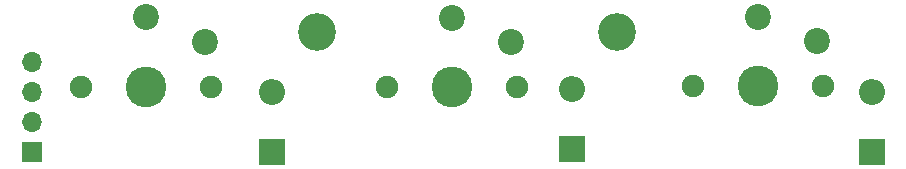
<source format=gbr>
%TF.GenerationSoftware,KiCad,Pcbnew,(7.0.0)*%
%TF.CreationDate,2023-05-23T21:52:26+07:00*%
%TF.ProjectId,bottom_keyboard_pcb,626f7474-6f6d-45f6-9b65-79626f617264,rev?*%
%TF.SameCoordinates,Original*%
%TF.FileFunction,Soldermask,Bot*%
%TF.FilePolarity,Negative*%
%FSLAX46Y46*%
G04 Gerber Fmt 4.6, Leading zero omitted, Abs format (unit mm)*
G04 Created by KiCad (PCBNEW (7.0.0)) date 2023-05-23 21:52:26*
%MOMM*%
%LPD*%
G01*
G04 APERTURE LIST*
%ADD10C,2.200000*%
%ADD11C,3.450000*%
%ADD12C,1.900000*%
%ADD13C,3.200000*%
%ADD14R,2.200000X2.200000*%
%ADD15O,2.200000X2.200000*%
%ADD16R,1.700000X1.700000*%
%ADD17O,1.700000X1.700000*%
G04 APERTURE END LIST*
D10*
%TO.C,SW3*%
X165605515Y-91408023D03*
X170605515Y-93508023D03*
D11*
X165605515Y-97308023D03*
D12*
X160105515Y-97308023D03*
X171105515Y-97308023D03*
%TD*%
D10*
%TO.C,SW2*%
X113795261Y-91442103D03*
X118795261Y-93542103D03*
D11*
X113795261Y-97342103D03*
D12*
X108295261Y-97342103D03*
X119295261Y-97342103D03*
%TD*%
D10*
%TO.C,SW1*%
X139740000Y-91500000D03*
X144740000Y-93600000D03*
D11*
X139740000Y-97400000D03*
D12*
X134240000Y-97400000D03*
X145240000Y-97400000D03*
%TD*%
D13*
%TO.C,H1*%
X128270000Y-92710000D03*
%TD*%
%TO.C,H2*%
X153670000Y-92710000D03*
%TD*%
D14*
%TO.C,D3*%
X149859999Y-102652182D03*
D15*
X149859999Y-97572182D03*
%TD*%
D14*
%TO.C,D2*%
X175259999Y-102869999D03*
D15*
X175259999Y-97789999D03*
%TD*%
D16*
%TO.C,J1*%
X104139999Y-102859999D03*
D17*
X104139999Y-100319999D03*
X104139999Y-97779999D03*
X104139999Y-95239999D03*
%TD*%
D14*
%TO.C,D1*%
X124459999Y-102869999D03*
D15*
X124459999Y-97789999D03*
%TD*%
M02*

</source>
